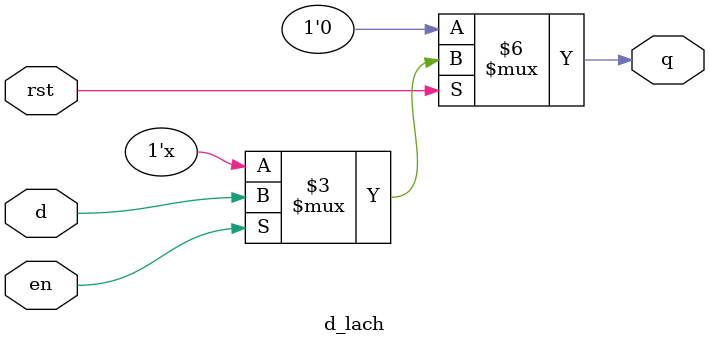
<source format=v>
module d_lach(d, en, rst, q);

input d;
input en;
input rst;

output reg q;

always @(*)
	if (!rst)
		q <=0;
	else
		if(en)
			q <= d;
endmodule

</source>
